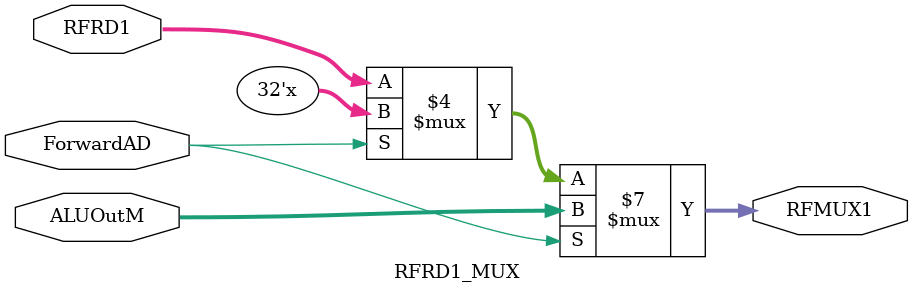
<source format=v>
`timescale 1ns / 1ps


module RFRD1_MUX(
input [31 : 0] RFRD1,
input [31 : 0] ALUOutM,
input ForwardAD,

output reg [31 : 0] RFMUX1
    );
    
    always @(*) begin
        if (ForwardAD == 1'b1) begin
         RFMUX1 <= ALUOutM;
         end
         
        else if (ForwardAD == 1'b0) begin
        RFMUX1 <= RFRD1;
        end
    end
    
    
    
    
    
endmodule

</source>
